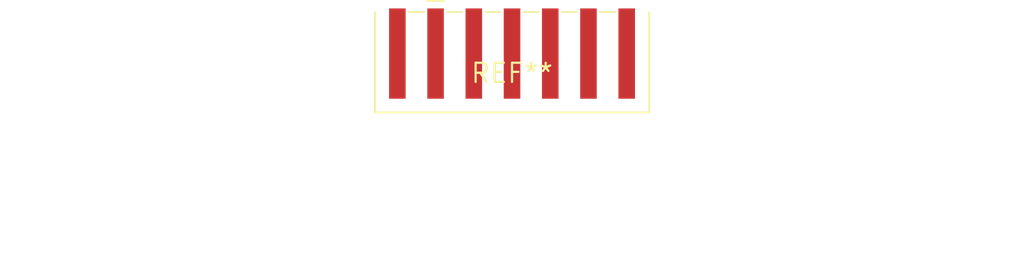
<source format=kicad_pcb>
(kicad_pcb (version 20240108) (generator pcbnew)
  (layers (0 "F.Cu" signal) (31 "B.Cu" signal) (34 "B.Paste" user) (35 "F.Paste" user) (36 "B.SilkS" user "B.Silkscreen") (37 "F.SilkS" user "F.Silkscreen") (38 "B.Mask" user) (39 "F.Mask" user) (44 "Edge.Cuts" user))
  (net 0 "")
  (footprint "Harting_har-flexicon_14110513010xxx_1x05-MP_P2.54mm_Horizontal" (layer "F.Cu") (at 0 0)
    (property "Reference" "REF**")
    (property "Value" "Harting_har-flexicon_14110513010xxx_1x05-MP_P2.54mm_Horizontal")
    (fp_line (start -9.115 -4.06) (end -9.115 2.61) (layer "F.SilkS") (stroke (width 0.12)))
    (fp_line (start -6.858 -4.06) (end -5.842 -4.06) (layer "F.SilkS") (stroke (width 0.12)))
    (fp_line (start -5.63 -4.8) (end -4.53 -4.8) (layer "F.SilkS") (stroke (width 0.12)))
    (fp_line (start -4.318 -4.06) (end -3.302 -4.06) (layer "F.SilkS") (stroke (width 0.12)))
    (fp_line (start -1.778 -4.06) (end -0.762 -4.06) (layer "F.SilkS") (stroke (width 0.12)))
    (fp_line (start 0.762 -4.06) (end 1.778 -4.06) (layer "F.SilkS") (stroke (width 0.12)))
    (fp_line (start 3.302 -4.06) (end 4.318 -4.06) (layer "F.SilkS") (stroke (width 0.12)))
    (fp_line (start 5.842 -4.06) (end 6.858 -4.06) (layer "F.SilkS") (stroke (width 0.12)))
    (fp_line (start 9.115 -4.06) (end 9.115 2.61) (layer "F.SilkS") (stroke (width 0.12)))
    (fp_line (start 9.115 2.61) (end -9.115 2.61) (layer "F.SilkS") (stroke (width 0.12)))
    (pad "1" smd rect (at -5.08 -1.3) (size 1.1 6) (layers "F.Cu" "F.Paste" "F.Mask"))
    (pad "2" smd rect (at -2.54 -1.3) (size 1.1 6) (layers "F.Cu" "F.Paste" "F.Mask"))
    (pad "3" smd rect (at 0 -1.3) (size 1.1 6) (layers "F.Cu" "F.Paste" "F.Mask"))
    (pad "4" smd rect (at 2.54 -1.3) (size 1.1 6) (layers "F.Cu" "F.Paste" "F.Mask"))
    (pad "5" smd rect (at 5.08 -1.3) (size 1.1 6) (layers "F.Cu" "F.Paste" "F.Mask"))
    (pad "MP" smd rect (at -7.62 -1.3) (size 1.1 6) (layers "F.Cu" "F.Paste" "F.Mask"))
    (pad "MP" smd rect (at 7.62 -1.3) (size 1.1 6) (layers "F.Cu" "F.Paste" "F.Mask"))
  )
)
</source>
